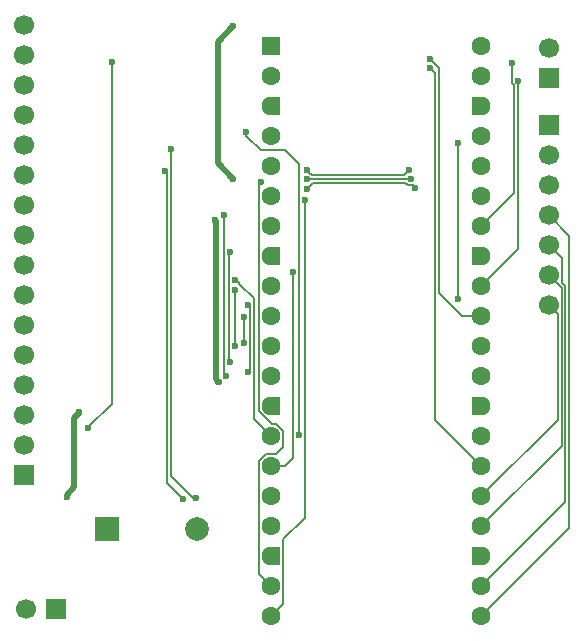
<source format=gbl>
G04 #@! TF.GenerationSoftware,KiCad,Pcbnew,9.0.2*
G04 #@! TF.CreationDate,2025-07-08T19:25:08+03:00*
G04 #@! TF.ProjectId,PCB,5043422e-6b69-4636-9164-5f7063625858,rev?*
G04 #@! TF.SameCoordinates,Original*
G04 #@! TF.FileFunction,Copper,L4,Bot*
G04 #@! TF.FilePolarity,Positive*
%FSLAX46Y46*%
G04 Gerber Fmt 4.6, Leading zero omitted, Abs format (unit mm)*
G04 Created by KiCad (PCBNEW 9.0.2) date 2025-07-08 19:25:08*
%MOMM*%
%LPD*%
G01*
G04 APERTURE LIST*
G04 Aperture macros list*
%AMRoundRect*
0 Rectangle with rounded corners*
0 $1 Rounding radius*
0 $2 $3 $4 $5 $6 $7 $8 $9 X,Y pos of 4 corners*
0 Add a 4 corners polygon primitive as box body*
4,1,4,$2,$3,$4,$5,$6,$7,$8,$9,$2,$3,0*
0 Add four circle primitives for the rounded corners*
1,1,$1+$1,$2,$3*
1,1,$1+$1,$4,$5*
1,1,$1+$1,$6,$7*
1,1,$1+$1,$8,$9*
0 Add four rect primitives between the rounded corners*
20,1,$1+$1,$2,$3,$4,$5,0*
20,1,$1+$1,$4,$5,$6,$7,0*
20,1,$1+$1,$6,$7,$8,$9,0*
20,1,$1+$1,$8,$9,$2,$3,0*%
%AMFreePoly0*
4,1,37,0.603843,0.796157,0.639018,0.796157,0.711114,0.766294,0.766294,0.711114,0.796157,0.639018,0.796157,0.603843,0.800000,0.600000,0.800000,-0.600000,0.796157,-0.603843,0.796157,-0.639018,0.766294,-0.711114,0.711114,-0.766294,0.639018,-0.796157,0.603843,-0.796157,0.600000,-0.800000,0.000000,-0.800000,0.000000,-0.796148,-0.078414,-0.796148,-0.232228,-0.765552,-0.377117,-0.705537,
-0.507515,-0.618408,-0.618408,-0.507515,-0.705537,-0.377117,-0.765552,-0.232228,-0.796148,-0.078414,-0.796148,0.078414,-0.765552,0.232228,-0.705537,0.377117,-0.618408,0.507515,-0.507515,0.618408,-0.377117,0.705537,-0.232228,0.765552,-0.078414,0.796148,0.000000,0.796148,0.000000,0.800000,0.600000,0.800000,0.603843,0.796157,0.603843,0.796157,$1*%
%AMFreePoly1*
4,1,37,0.000000,0.796148,0.078414,0.796148,0.232228,0.765552,0.377117,0.705537,0.507515,0.618408,0.618408,0.507515,0.705537,0.377117,0.765552,0.232228,0.796148,0.078414,0.796148,-0.078414,0.765552,-0.232228,0.705537,-0.377117,0.618408,-0.507515,0.507515,-0.618408,0.377117,-0.705537,0.232228,-0.765552,0.078414,-0.796148,0.000000,-0.796148,0.000000,-0.800000,-0.600000,-0.800000,
-0.603843,-0.796157,-0.639018,-0.796157,-0.711114,-0.766294,-0.766294,-0.711114,-0.796157,-0.639018,-0.796157,-0.603843,-0.800000,-0.600000,-0.800000,0.600000,-0.796157,0.603843,-0.796157,0.639018,-0.766294,0.711114,-0.711114,0.766294,-0.639018,0.796157,-0.603843,0.796157,-0.600000,0.800000,0.000000,0.800000,0.000000,0.796148,0.000000,0.796148,$1*%
G04 Aperture macros list end*
G04 #@! TA.AperFunction,ComponentPad*
%ADD10R,1.700000X1.700000*%
G04 #@! TD*
G04 #@! TA.AperFunction,ComponentPad*
%ADD11C,1.700000*%
G04 #@! TD*
G04 #@! TA.AperFunction,ComponentPad*
%ADD12RoundRect,0.200000X-0.600000X-0.600000X0.600000X-0.600000X0.600000X0.600000X-0.600000X0.600000X0*%
G04 #@! TD*
G04 #@! TA.AperFunction,ComponentPad*
%ADD13C,1.600000*%
G04 #@! TD*
G04 #@! TA.AperFunction,ComponentPad*
%ADD14FreePoly0,0.000000*%
G04 #@! TD*
G04 #@! TA.AperFunction,ComponentPad*
%ADD15FreePoly1,0.000000*%
G04 #@! TD*
G04 #@! TA.AperFunction,ComponentPad*
%ADD16R,2.000000X2.000000*%
G04 #@! TD*
G04 #@! TA.AperFunction,ComponentPad*
%ADD17C,2.000000*%
G04 #@! TD*
G04 #@! TA.AperFunction,ViaPad*
%ADD18C,0.600000*%
G04 #@! TD*
G04 #@! TA.AperFunction,Conductor*
%ADD19C,0.200000*%
G04 #@! TD*
G04 #@! TA.AperFunction,Conductor*
%ADD20C,0.500000*%
G04 #@! TD*
G04 #@! TA.AperFunction,Conductor*
%ADD21C,0.400000*%
G04 #@! TD*
G04 #@! TA.AperFunction,Conductor*
%ADD22C,0.300000*%
G04 #@! TD*
G04 APERTURE END LIST*
D10*
X116760000Y-90870000D03*
D11*
X116760000Y-88330000D03*
X116760000Y-85790000D03*
X116760000Y-83250000D03*
X116760000Y-80710000D03*
X116760000Y-78170000D03*
X116760000Y-75630000D03*
X116760000Y-73090000D03*
X116760000Y-70550000D03*
X116760000Y-68010000D03*
X116760000Y-65470000D03*
X116760000Y-62930000D03*
X116760000Y-60390000D03*
X116760000Y-57850000D03*
X116760000Y-55310000D03*
X116760000Y-52770000D03*
D12*
X137700000Y-54600000D03*
D13*
X137700000Y-57140000D03*
D14*
X137700000Y-59680000D03*
D13*
X137700000Y-62220000D03*
X137700000Y-64760000D03*
X137700000Y-67300000D03*
X137700000Y-69840000D03*
D14*
X137700000Y-72380000D03*
D13*
X137700000Y-74920000D03*
X137700000Y-77460000D03*
X137700000Y-80000000D03*
X137700000Y-82540000D03*
D14*
X137700000Y-85080000D03*
D13*
X137700000Y-87620000D03*
X137700000Y-90160000D03*
X137700000Y-92700000D03*
X137700000Y-95240000D03*
D14*
X137700000Y-97780000D03*
D13*
X137700000Y-100320000D03*
X137700000Y-102860000D03*
X155480000Y-102860000D03*
X155480000Y-100320000D03*
D15*
X155480000Y-97780000D03*
D13*
X155480000Y-95240000D03*
X155480000Y-92700000D03*
X155480000Y-90160000D03*
X155480000Y-87620000D03*
D15*
X155480000Y-85080000D03*
D13*
X155480000Y-82540000D03*
X155480000Y-80000000D03*
X155480000Y-77460000D03*
X155480000Y-74920000D03*
D15*
X155480000Y-72380000D03*
D13*
X155480000Y-69840000D03*
X155480000Y-67300000D03*
X155480000Y-64760000D03*
X155480000Y-62220000D03*
D15*
X155480000Y-59680000D03*
D13*
X155480000Y-57140000D03*
X155480000Y-54600000D03*
D10*
X161200000Y-61280000D03*
D11*
X161200000Y-63820000D03*
X161200000Y-66360000D03*
X161200000Y-68900000D03*
X161200000Y-71440000D03*
X161200000Y-73980000D03*
X161200000Y-76520000D03*
D10*
X119508000Y-102258000D03*
D11*
X116968000Y-102258000D03*
D16*
X123800000Y-95500000D03*
D17*
X131400000Y-95500000D03*
D10*
X161200000Y-57275000D03*
D11*
X161200000Y-54735000D03*
D18*
X129200000Y-63300000D03*
X131350000Y-92850000D03*
X134627000Y-80000000D03*
X134627000Y-75230649D03*
X135575000Y-61825000D03*
X140028000Y-87472000D03*
X121400000Y-85600000D03*
X134500000Y-52900000D03*
X120362500Y-92762500D03*
X132900000Y-69300000D03*
X134500000Y-65800000D03*
X133250000Y-83050000D03*
X134227000Y-72000000D03*
X134227000Y-81300000D03*
X134627000Y-74400000D03*
X128673000Y-65188000D03*
X130200000Y-92900000D03*
X135701000Y-76472646D03*
X135700000Y-82200000D03*
X136800000Y-66100000D03*
X151096000Y-55648647D03*
X140698143Y-65825509D03*
X149500000Y-65850000D03*
X153500000Y-62800000D03*
X153500000Y-76000000D03*
X139500000Y-73700000D03*
X151141468Y-56408532D03*
X135373000Y-77550000D03*
X135373000Y-79700000D03*
X133700000Y-68900000D03*
X133827000Y-82500000D03*
X140555000Y-67650000D03*
X158600000Y-57500000D03*
X140750000Y-66650000D03*
X149900000Y-66600000D03*
X149350000Y-65098726D03*
X140716013Y-65098726D03*
X122175000Y-86900000D03*
X124200000Y-55900000D03*
X158100000Y-56000000D03*
D19*
X129200000Y-91000000D02*
X129200000Y-63300000D01*
X131050000Y-92850000D02*
X129200000Y-91000000D01*
X131350000Y-92850000D02*
X131050000Y-92850000D01*
X134627000Y-80000000D02*
X134627000Y-75230649D01*
X135575000Y-61825000D02*
X135575000Y-62179708D01*
X140028000Y-64578000D02*
X140028000Y-87472000D01*
X139900000Y-87600000D02*
X140028000Y-87472000D01*
X138850000Y-63400000D02*
X140028000Y-64578000D01*
X135575000Y-62179708D02*
X136795292Y-63400000D01*
X136795292Y-63400000D02*
X138850000Y-63400000D01*
D20*
X133200000Y-54200000D02*
X133200000Y-64500000D01*
X121400000Y-85650000D02*
X121000000Y-86050000D01*
X133000000Y-69400000D02*
X133000000Y-82800000D01*
X133000000Y-82800000D02*
X133200000Y-83000000D01*
X121000000Y-86050000D02*
X121000000Y-91925000D01*
D21*
X121400000Y-85600000D02*
X121400000Y-85650000D01*
X133200000Y-83000000D02*
X133250000Y-83050000D01*
D20*
X134500000Y-52900000D02*
X133200000Y-54200000D01*
X133200000Y-64500000D02*
X134500000Y-65800000D01*
X121000000Y-91925000D02*
X120362500Y-92562500D01*
X132900000Y-69300000D02*
X133000000Y-69400000D01*
D22*
X120362500Y-92762500D02*
X120362500Y-92562500D01*
D19*
X134100000Y-81173000D02*
X134100000Y-72000000D01*
X134227000Y-81300000D02*
X134100000Y-81173000D01*
X134100000Y-72000000D02*
X134227000Y-72000000D01*
X134998000Y-74698000D02*
X136228000Y-75928000D01*
X134627000Y-74400000D02*
X134827000Y-74600000D01*
X134998000Y-74673000D02*
X134998000Y-74698000D01*
X136228000Y-86148000D02*
X137700000Y-87620000D01*
X134925000Y-74600000D02*
X134998000Y-74673000D01*
X136228000Y-75928000D02*
X136228000Y-86148000D01*
X134827000Y-74600000D02*
X134925000Y-74600000D01*
X128850000Y-91550000D02*
X130200000Y-92900000D01*
X128673000Y-65188000D02*
X128850000Y-65365000D01*
X128850000Y-65365000D02*
X128850000Y-91550000D01*
X135900000Y-82000000D02*
X135700000Y-82200000D01*
X135900000Y-76645292D02*
X135900000Y-82000000D01*
X135701000Y-76472646D02*
X135727354Y-76472646D01*
X135727354Y-76472646D02*
X135900000Y-76645292D01*
X136667000Y-85507884D02*
X137751116Y-86592000D01*
X136800000Y-66100000D02*
X136667000Y-66233000D01*
X138125812Y-86592000D02*
X138728000Y-87194188D01*
X138728000Y-87194188D02*
X138728000Y-88529812D01*
X138728000Y-88529812D02*
X138125812Y-89132000D01*
X137274188Y-89132000D02*
X136667000Y-89739188D01*
X137751116Y-86592000D02*
X138125812Y-86592000D01*
X136667000Y-89739188D02*
X136667000Y-99287000D01*
X136667000Y-66233000D02*
X136667000Y-85507884D01*
X138125812Y-89132000D02*
X137274188Y-89132000D01*
X136667000Y-99287000D02*
X137700000Y-100320000D01*
X153860000Y-77460000D02*
X155480000Y-77460000D01*
X151148647Y-55648647D02*
X151928000Y-56428000D01*
X151096000Y-55648647D02*
X151148647Y-55648647D01*
X151928000Y-56428000D02*
X151928000Y-75528000D01*
X151928000Y-75528000D02*
X153860000Y-77460000D01*
X153500000Y-62800000D02*
X153500000Y-76000000D01*
X149475509Y-65825509D02*
X149500000Y-65850000D01*
X140698143Y-65825509D02*
X149475509Y-65825509D01*
X139500000Y-89500000D02*
X138840000Y-90160000D01*
X138840000Y-90160000D02*
X137700000Y-90160000D01*
X139500000Y-73700000D02*
X139500000Y-89500000D01*
X151600000Y-56871028D02*
X151600000Y-86280000D01*
X151600000Y-86280000D02*
X155480000Y-90160000D01*
X151141468Y-56412496D02*
X151600000Y-56871028D01*
X151141468Y-56408532D02*
X151141468Y-56412496D01*
X135373000Y-77550000D02*
X135373000Y-79700000D01*
X133700000Y-82373000D02*
X133700000Y-68900000D01*
X133827000Y-82500000D02*
X133700000Y-82373000D01*
X138733000Y-96344164D02*
X138733000Y-101827000D01*
X140477164Y-94600000D02*
X138733000Y-96344164D01*
X140555000Y-67650000D02*
X140555000Y-94545000D01*
X140500000Y-94600000D02*
X140477164Y-94600000D01*
X138733000Y-101827000D02*
X137700000Y-102860000D01*
X140555000Y-94545000D02*
X140500000Y-94600000D01*
X161200000Y-71440000D02*
X162300000Y-72540000D01*
X162606000Y-74922138D02*
X162606000Y-93194000D01*
X162300000Y-72540000D02*
X162300000Y-74616138D01*
X162606000Y-93194000D02*
X155480000Y-100320000D01*
X162300000Y-74616138D02*
X162606000Y-74922138D01*
X162934000Y-95406000D02*
X155480000Y-102860000D01*
X162934000Y-70634000D02*
X162934000Y-95406000D01*
X161200000Y-68900000D02*
X162934000Y-70634000D01*
X158600000Y-71800000D02*
X155480000Y-74920000D01*
X158600000Y-57500000D02*
X158600000Y-71800000D01*
X161200000Y-73980000D02*
X162278000Y-75058000D01*
X162278000Y-88442000D02*
X155480000Y-95240000D01*
X162278000Y-75058000D02*
X162278000Y-88442000D01*
X149056804Y-66153509D02*
X149281295Y-66378000D01*
X149678000Y-66378000D02*
X149900000Y-66600000D01*
X141246491Y-66153509D02*
X149056804Y-66153509D01*
X149281295Y-66378000D02*
X149678000Y-66378000D01*
X140750000Y-66650000D02*
X141246491Y-66153509D01*
X161950000Y-77270000D02*
X161950000Y-86230000D01*
X161200000Y-76520000D02*
X161950000Y-77270000D01*
X161950000Y-86230000D02*
X155480000Y-92700000D01*
X148951217Y-65497509D02*
X141116848Y-65497509D01*
X141116848Y-65497509D02*
X140916848Y-65297509D01*
X149350000Y-65098726D02*
X148951217Y-65497509D01*
X140916848Y-65297509D02*
X140914796Y-65297509D01*
X140914796Y-65297509D02*
X140716013Y-65098726D01*
X122175000Y-86875000D02*
X124200000Y-84850000D01*
X124200000Y-84850000D02*
X124200000Y-55900000D01*
X122175000Y-86900000D02*
X122175000Y-86875000D01*
X158072000Y-57281295D02*
X158072000Y-57718705D01*
X158100000Y-57253295D02*
X158072000Y-57281295D01*
X158072000Y-57718705D02*
X158272000Y-57918705D01*
X158100000Y-56000000D02*
X158100000Y-57253295D01*
X158272000Y-67048000D02*
X155480000Y-69840000D01*
X158272000Y-57918705D02*
X158272000Y-67048000D01*
M02*

</source>
